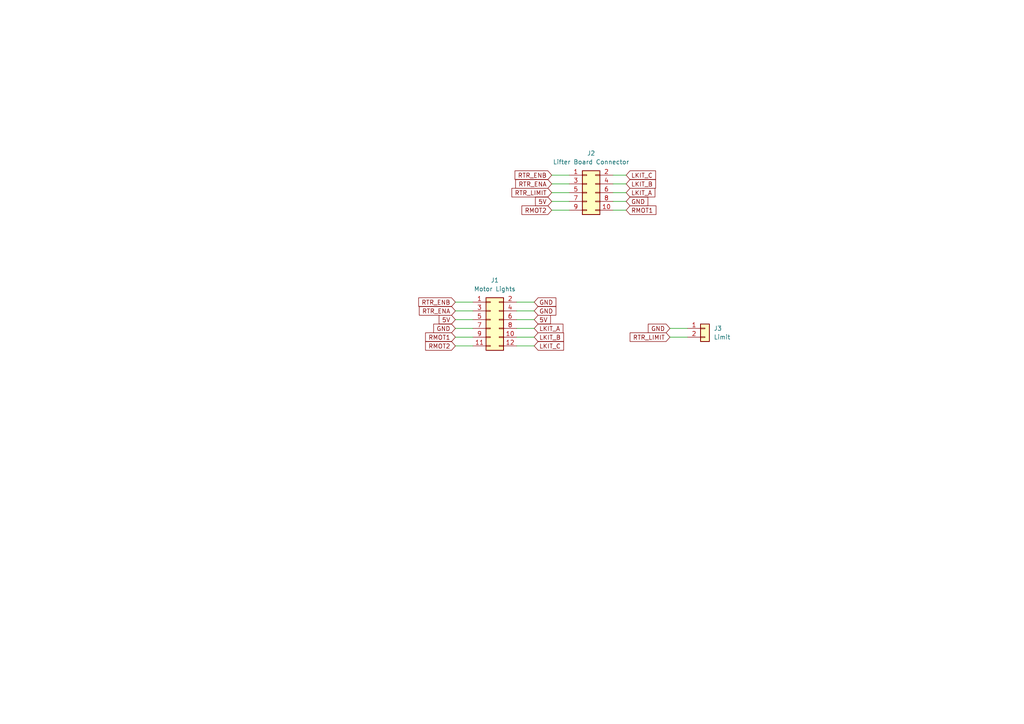
<source format=kicad_sch>
(kicad_sch (version 20211123) (generator eeschema)
  (paper "A4")
  (lib_symbols
    (symbol "Connector_Generic:Conn_01x02" (pin_names (offset 1.016) hide)
      (property "Reference" "J" (at 0 2.54 0))
      (property "Value" "Conn_01x02" (at 0 -5.08 0))
      (symbol "Conn_01x02_1_1"
        (rectangle (start -1.27 -2.413) (end 0 -2.667) (stroke (width 0.1524)))
        (rectangle (start -1.27 0.127) (end 0 -0.127) (stroke (width 0.1524)))
        (rectangle (start -1.27 1.27) (end 1.27 -3.81) (stroke (width 0.254)) (fill (type background)))
        (pin passive line (at -5.08 0 0) (length 3.81) (name "Pin_1") (number "1"))
        (pin passive line (at -5.08 -2.54 0) (length 3.81) (name "Pin_2") (number "2"))
      )
    )
    (symbol "Connector_Generic:Conn_02x05_Odd_Even" (pin_names (offset 1.016) hide)
      (property "Reference" "J" (at 1.27 7.62 0))
      (property "Value" "Conn_02x05_Odd_Even" (at 1.27 -7.62 0))
      (symbol "Conn_02x05_Odd_Even_1_1"
        (rectangle (start -1.27 -4.953) (end 0 -5.207) (stroke (width 0.1524)))
        (rectangle (start -1.27 -2.413) (end 0 -2.667) (stroke (width 0.1524)))
        (rectangle (start -1.27 0.127) (end 0 -0.127) (stroke (width 0.1524)))
        (rectangle (start -1.27 2.667) (end 0 2.413) (stroke (width 0.1524)))
        (rectangle (start -1.27 5.207) (end 0 4.953) (stroke (width 0.1524)))
        (rectangle (start -1.27 6.35) (end 3.81 -6.35) (stroke (width 0.254)) (fill (type background)))
        (rectangle (start 3.81 -4.953) (end 2.54 -5.207) (stroke (width 0.1524)))
        (rectangle (start 3.81 -2.413) (end 2.54 -2.667) (stroke (width 0.1524)))
        (rectangle (start 3.81 0.127) (end 2.54 -0.127) (stroke (width 0.1524)))
        (rectangle (start 3.81 2.667) (end 2.54 2.413) (stroke (width 0.1524)))
        (rectangle (start 3.81 5.207) (end 2.54 4.953) (stroke (width 0.1524)))
        (pin passive line (at -5.08 5.08 0) (length 3.81) (name "Pin_1") (number "1"))
        (pin passive line (at 7.62 -5.08 180) (length 3.81) (name "Pin_10") (number "10"))
        (pin passive line (at 7.62 5.08 180) (length 3.81) (name "Pin_2") (number "2"))
        (pin passive line (at -5.08 2.54 0) (length 3.81) (name "Pin_3") (number "3"))
        (pin passive line (at 7.62 2.54 180) (length 3.81) (name "Pin_4") (number "4"))
        (pin passive line (at -5.08 0 0) (length 3.81) (name "Pin_5") (number "5"))
        (pin passive line (at 7.62 0 180) (length 3.81) (name "Pin_6") (number "6"))
        (pin passive line (at -5.08 -2.54 0) (length 3.81) (name "Pin_7") (number "7"))
        (pin passive line (at 7.62 -2.54 180) (length 3.81) (name "Pin_8") (number "8"))
        (pin passive line (at -5.08 -5.08 0) (length 3.81) (name "Pin_9") (number "9"))
      )
    )
    (symbol "Connector_Generic:Conn_02x06_Odd_Even" (pin_names (offset 1.016) hide)
      (property "Reference" "J" (at 1.27 7.62 0))
      (property "Value" "Conn_02x06_Odd_Even" (at 1.27 -10.16 0))
      (symbol "Conn_02x06_Odd_Even_1_1"
        (rectangle (start -1.27 -7.493) (end 0 -7.747) (stroke (width 0.1524)))
        (rectangle (start -1.27 -4.953) (end 0 -5.207) (stroke (width 0.1524)))
        (rectangle (start -1.27 -2.413) (end 0 -2.667) (stroke (width 0.1524)))
        (rectangle (start -1.27 0.127) (end 0 -0.127) (stroke (width 0.1524)))
        (rectangle (start -1.27 2.667) (end 0 2.413) (stroke (width 0.1524)))
        (rectangle (start -1.27 5.207) (end 0 4.953) (stroke (width 0.1524)))
        (rectangle (start -1.27 6.35) (end 3.81 -8.89) (stroke (width 0.254)) (fill (type background)))
        (rectangle (start 3.81 -7.493) (end 2.54 -7.747) (stroke (width 0.1524)))
        (rectangle (start 3.81 -4.953) (end 2.54 -5.207) (stroke (width 0.1524)))
        (rectangle (start 3.81 -2.413) (end 2.54 -2.667) (stroke (width 0.1524)))
        (rectangle (start 3.81 0.127) (end 2.54 -0.127) (stroke (width 0.1524)))
        (rectangle (start 3.81 2.667) (end 2.54 2.413) (stroke (width 0.1524)))
        (rectangle (start 3.81 5.207) (end 2.54 4.953) (stroke (width 0.1524)))
        (pin passive line (at -5.08 5.08 0) (length 3.81) (name "Pin_1") (number "1"))
        (pin passive line (at 7.62 -5.08 180) (length 3.81) (name "Pin_10") (number "10"))
        (pin passive line (at -5.08 -7.62 0) (length 3.81) (name "Pin_11") (number "11"))
        (pin passive line (at 7.62 -7.62 180) (length 3.81) (name "Pin_12") (number "12"))
        (pin passive line (at 7.62 5.08 180) (length 3.81) (name "Pin_2") (number "2"))
        (pin passive line (at -5.08 2.54 0) (length 3.81) (name "Pin_3") (number "3"))
        (pin passive line (at 7.62 2.54 180) (length 3.81) (name "Pin_4") (number "4"))
        (pin passive line (at -5.08 0 0) (length 3.81) (name "Pin_5") (number "5"))
        (pin passive line (at 7.62 0 180) (length 3.81) (name "Pin_6") (number "6"))
        (pin passive line (at -5.08 -2.54 0) (length 3.81) (name "Pin_7") (number "7"))
        (pin passive line (at 7.62 -2.54 180) (length 3.81) (name "Pin_8") (number "8"))
        (pin passive line (at -5.08 -5.08 0) (length 3.81) (name "Pin_9") (number "9"))
      )
    )
  )
  (wire (pts (xy 177.8 53.34) (xy 181.61 53.34)))
  (wire (pts (xy 132.08 90.17) (xy 137.16 90.17)))
  (wire (pts (xy 154.94 90.17) (xy 149.86 90.17)))
  (wire (pts (xy 160.02 60.96) (xy 165.1 60.96)))
  (wire (pts (xy 194.31 97.79) (xy 199.39 97.79)))
  (wire (pts (xy 132.08 95.25) (xy 137.16 95.25)))
  (wire (pts (xy 132.08 87.63) (xy 137.16 87.63)))
  (wire (pts (xy 154.94 87.63) (xy 149.86 87.63)))
  (wire (pts (xy 177.8 58.42) (xy 181.61 58.42)))
  (wire (pts (xy 177.8 50.8) (xy 181.61 50.8)))
  (wire (pts (xy 177.8 60.96) (xy 181.61 60.96)))
  (wire (pts (xy 154.94 95.25) (xy 149.86 95.25)))
  (wire (pts (xy 154.94 97.79) (xy 149.86 97.79)))
  (wire (pts (xy 160.02 50.8) (xy 165.1 50.8)))
  (wire (pts (xy 160.02 53.34) (xy 165.1 53.34)))
  (wire (pts (xy 160.02 58.42) (xy 165.1 58.42)))
  (wire (pts (xy 160.02 55.88) (xy 165.1 55.88)))
  (wire (pts (xy 132.08 100.33) (xy 137.16 100.33)))
  (wire (pts (xy 177.8 55.88) (xy 181.61 55.88)))
  (wire (pts (xy 154.94 100.33) (xy 149.86 100.33)))
  (wire (pts (xy 194.31 95.25) (xy 199.39 95.25)))
  (wire (pts (xy 154.94 92.71) (xy 149.86 92.71)))
  (wire (pts (xy 132.08 92.71) (xy 137.16 92.71)))
  (wire (pts (xy 132.08 97.79) (xy 137.16 97.79)))
  (global_label "RTR_ENB" (shape input) (at 132.08 87.63 180) (property "Intersheet References" "${INTERSHEET_REFS}" (effects hide)))
  (global_label "LKIT_A" (shape input) (at 181.61 55.88 0) (property "Intersheet References" "${INTERSHEET_REFS}" (effects hide)))
  (global_label "RMOT2" (shape input) (at 132.08 100.33 180) (property "Intersheet References" "${INTERSHEET_REFS}" (effects hide)))
  (global_label "RTR_LIMIT" (shape input) (at 194.31 97.79 180) (property "Intersheet References" "${INTERSHEET_REFS}" (effects hide)))
  (global_label "GND" (shape input) (at 154.94 87.63 0) (property "Intersheet References" "${INTERSHEET_REFS}" (effects hide)))
  (global_label "5V" (shape input) (at 154.94 92.71 0) (property "Intersheet References" "${INTERSHEET_REFS}" (effects hide)))
  (global_label "RTR_LIMIT" (shape input) (at 160.02 55.88 180) (property "Intersheet References" "${INTERSHEET_REFS}" (effects hide)))
  (global_label "RTR_ENA" (shape input) (at 160.02 53.34 180) (property "Intersheet References" "${INTERSHEET_REFS}" (effects hide)))
  (global_label "5V" (shape input) (at 132.08 92.71 180) (property "Intersheet References" "${INTERSHEET_REFS}" (effects hide)))
  (global_label "GND" (shape input) (at 132.08 95.25 180) (property "Intersheet References" "${INTERSHEET_REFS}" (effects hide)))
  (global_label "GND" (shape input) (at 194.31 95.25 180) (property "Intersheet References" "${INTERSHEET_REFS}" (effects hide)))
  (global_label "RMOT1" (shape input) (at 132.08 97.79 180) (property "Intersheet References" "${INTERSHEET_REFS}" (effects hide)))
  (global_label "RTR_ENA" (shape input) (at 132.08 90.17 180) (property "Intersheet References" "${INTERSHEET_REFS}" (effects hide)))
  (global_label "LKIT_B" (shape input) (at 154.94 97.79 0) (property "Intersheet References" "${INTERSHEET_REFS}" (effects hide)))
  (global_label "LKIT_C" (shape input) (at 181.61 50.8 0) (property "Intersheet References" "${INTERSHEET_REFS}" (effects hide)))
  (global_label "LKIT_A" (shape input) (at 154.94 95.25 0) (property "Intersheet References" "${INTERSHEET_REFS}" (effects hide)))
  (global_label "5V" (shape input) (at 160.02 58.42 180) (property "Intersheet References" "${INTERSHEET_REFS}" (effects hide)))
  (global_label "GND" (shape input) (at 154.94 90.17 0) (property "Intersheet References" "${INTERSHEET_REFS}" (effects hide)))
  (global_label "RTR_ENB" (shape input) (at 160.02 50.8 180) (property "Intersheet References" "${INTERSHEET_REFS}" (effects hide)))
  (global_label "GND" (shape input) (at 181.61 58.42 0) (property "Intersheet References" "${INTERSHEET_REFS}" (effects hide)))
  (global_label "RMOT2" (shape input) (at 160.02 60.96 180) (property "Intersheet References" "${INTERSHEET_REFS}" (effects hide)))
  (global_label "LKIT_B" (shape input) (at 181.61 53.34 0) (property "Intersheet References" "${INTERSHEET_REFS}" (effects hide)))
  (global_label "LKIT_C" (shape input) (at 154.94 100.33 0) (property "Intersheet References" "${INTERSHEET_REFS}" (effects hide)))
  (global_label "RMOT1" (shape input) (at 181.61 60.96 0) (property "Intersheet References" "${INTERSHEET_REFS}" (effects hide)))
  (symbol (lib_id "Connector_Generic:Conn_02x06_Odd_Even") (at 142.24 92.71 0) (unit 1)
    (property "Reference" "J1" (at 143.51 81.28 0))
    (property "Value" "Motor Lights" (at 143.51 83.82 0))
    (property "Footprint" "Connector_PinHeader_2.54mm:PinHeader_2x06_P2.54mm_Horizontal" (effects hide))
  )
  (symbol (lib_id "Connector_Generic:Conn_01x02") (at 204.47 95.25 0) (unit 1)
    (property "Reference" "J3" (at 207.01 95.2499 0) (effects (justify left)))
    (property "Value" "Limit" (at 207.01 97.7899 0) (effects (justify left)))
    (property "Footprint" "Connector_PinHeader_2.54mm:PinHeader_1x02_P2.54mm_Horizontal" (effects hide))
  )
  (symbol (lib_id "Connector_Generic:Conn_02x05_Odd_Even") (at 170.18 55.88 0) (unit 1)
    (property "Reference" "J2" (at 171.45 44.45 0))
    (property "Value" "Lifter Board Connector" (at 171.45 46.99 0))
    (property "Footprint" "Connector_Pin:TE_1761607-3Uppity" (effects hide))
  )
)
</source>
